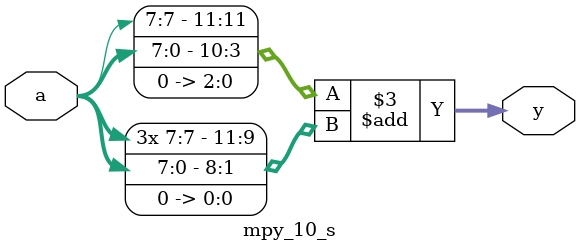
<source format=sv>

module mpy_10_s #(parameter W=8) (
	input logic signed [W-1:0] a,
	output logic signed [W+4-1:0] y
	);

   assign y = (a << 3) + (a << 1);
   // do simulation and synthesis do sign extension properly?

endmodule: mpy_10_s

</source>
